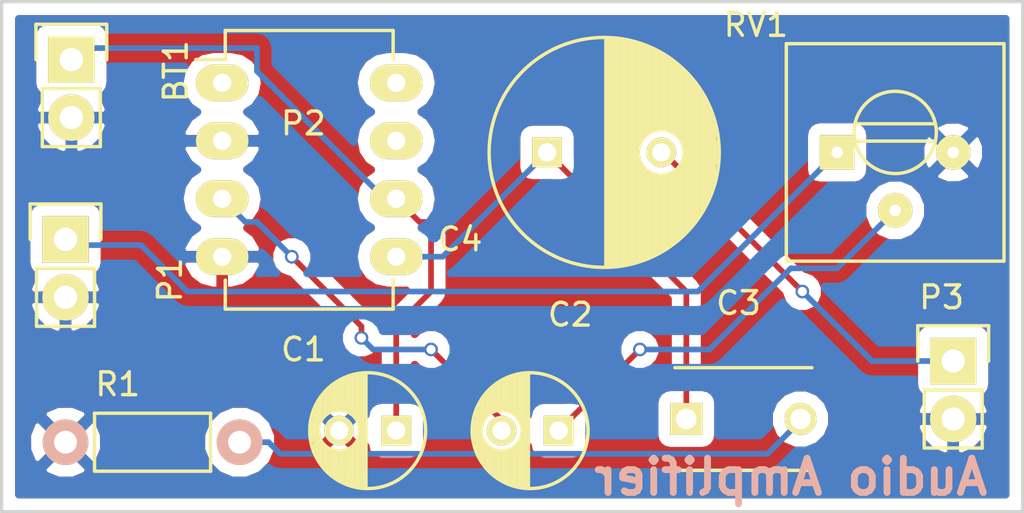
<source format=kicad_pcb>
(kicad_pcb (version 4) (host pcbnew 4.0.1-stable)

  (general
    (links 16)
    (no_connects 0)
    (area 110.160999 79.680999 155.015001 102.183001)
    (thickness 1.6)
    (drawings 5)
    (tracks 50)
    (zones 0)
    (modules 10)
    (nets 12)
  )

  (page A4)
  (layers
    (0 F.Cu signal)
    (31 B.Cu signal)
    (32 B.Adhes user)
    (33 F.Adhes user)
    (34 B.Paste user)
    (35 F.Paste user)
    (36 B.SilkS user)
    (37 F.SilkS user)
    (38 B.Mask user)
    (39 F.Mask user)
    (40 Dwgs.User user)
    (41 Cmts.User user)
    (42 Eco1.User user)
    (43 Eco2.User user)
    (44 Edge.Cuts user)
    (45 Margin user)
    (46 B.CrtYd user)
    (47 F.CrtYd user)
    (48 B.Fab user)
    (49 F.Fab user)
  )

  (setup
    (last_trace_width 0.25)
    (trace_clearance 0.2)
    (zone_clearance 0.508)
    (zone_45_only no)
    (trace_min 0.2)
    (segment_width 0.2)
    (edge_width 0.15)
    (via_size 0.6)
    (via_drill 0.4)
    (via_min_size 0.4)
    (via_min_drill 0.3)
    (uvia_size 0.3)
    (uvia_drill 0.1)
    (uvias_allowed no)
    (uvia_min_size 0.2)
    (uvia_min_drill 0.1)
    (pcb_text_width 0.3)
    (pcb_text_size 1.5 1.5)
    (mod_edge_width 0.15)
    (mod_text_size 1 1)
    (mod_text_width 0.15)
    (pad_size 1.524 1.524)
    (pad_drill 0.762)
    (pad_to_mask_clearance 0.2)
    (aux_axis_origin 0 0)
    (visible_elements 7FFFFFFF)
    (pcbplotparams
      (layerselection 0x010f0_80000001)
      (usegerberextensions false)
      (excludeedgelayer true)
      (linewidth 0.100000)
      (plotframeref false)
      (viasonmask false)
      (mode 1)
      (useauxorigin false)
      (hpglpennumber 1)
      (hpglpenspeed 20)
      (hpglpendiameter 15)
      (hpglpenoverlay 2)
      (psnegative false)
      (psa4output false)
      (plotreference true)
      (plotvalue true)
      (plotinvisibletext false)
      (padsonsilk false)
      (subtractmaskfromsilk false)
      (outputformat 1)
      (mirror false)
      (drillshape 0)
      (scaleselection 1)
      (outputdirectory ""))
  )

  (net 0 "")
  (net 1 "Net-(BT1-Pad1)")
  (net 2 "Net-(BT1-Pad2)")
  (net 3 "Net-(C2-Pad1)")
  (net 4 "Net-(C2-Pad2)")
  (net 5 "Net-(C3-Pad1)")
  (net 6 "Net-(C3-Pad2)")
  (net 7 "Net-(C4-Pad2)")
  (net 8 "Net-(P1-Pad1)")
  (net 9 "Net-(P2-Pad1)")
  (net 10 "Net-(P2-Pad7)")
  (net 11 "Net-(P2-Pad8)")

  (net_class Default "This is the default net class."
    (clearance 0.2)
    (trace_width 0.25)
    (via_dia 0.6)
    (via_drill 0.4)
    (uvia_dia 0.3)
    (uvia_drill 0.1)
    (add_net "Net-(BT1-Pad1)")
    (add_net "Net-(BT1-Pad2)")
    (add_net "Net-(C2-Pad1)")
    (add_net "Net-(C2-Pad2)")
    (add_net "Net-(C3-Pad1)")
    (add_net "Net-(C3-Pad2)")
    (add_net "Net-(C4-Pad2)")
    (add_net "Net-(P1-Pad1)")
    (add_net "Net-(P2-Pad1)")
    (add_net "Net-(P2-Pad7)")
    (add_net "Net-(P2-Pad8)")
  )

  (module Socket_Strips:Socket_Strip_Straight_1x02 (layer F.Cu) (tedit 57D171C4) (tstamp 57D16A6F)
    (at 113.284 82.296 270)
    (descr "Through hole socket strip")
    (tags "socket strip")
    (path /57D15A14)
    (fp_text reference BT1 (at 0.508 -4.572 270) (layer F.SilkS)
      (effects (font (size 1 1) (thickness 0.15)))
    )
    (fp_text value Battery (at 1.016 -3.048 270) (layer F.Fab)
      (effects (font (size 1 1) (thickness 0.15)))
    )
    (fp_line (start -1.55 1.55) (end 0 1.55) (layer F.SilkS) (width 0.15))
    (fp_line (start 3.81 1.27) (end 1.27 1.27) (layer F.SilkS) (width 0.15))
    (fp_line (start -1.75 -1.75) (end -1.75 1.75) (layer F.CrtYd) (width 0.05))
    (fp_line (start 4.3 -1.75) (end 4.3 1.75) (layer F.CrtYd) (width 0.05))
    (fp_line (start -1.75 -1.75) (end 4.3 -1.75) (layer F.CrtYd) (width 0.05))
    (fp_line (start -1.75 1.75) (end 4.3 1.75) (layer F.CrtYd) (width 0.05))
    (fp_line (start 1.27 1.27) (end 1.27 -1.27) (layer F.SilkS) (width 0.15))
    (fp_line (start 0 -1.55) (end -1.55 -1.55) (layer F.SilkS) (width 0.15))
    (fp_line (start -1.55 -1.55) (end -1.55 1.55) (layer F.SilkS) (width 0.15))
    (fp_line (start 1.27 -1.27) (end 3.81 -1.27) (layer F.SilkS) (width 0.15))
    (fp_line (start 3.81 -1.27) (end 3.81 1.27) (layer F.SilkS) (width 0.15))
    (pad 1 thru_hole rect (at 0 0 270) (size 2.032 2.032) (drill 1.016) (layers *.Cu *.Mask F.SilkS)
      (net 1 "Net-(BT1-Pad1)"))
    (pad 2 thru_hole oval (at 2.54 0 270) (size 2.032 2.032) (drill 1.016) (layers *.Cu *.Mask F.SilkS)
      (net 2 "Net-(BT1-Pad2)"))
    (model Socket_Strips.3dshapes/Socket_Strip_Straight_1x02.wrl
      (at (xyz 0.05 0 0))
      (scale (xyz 1 1 1))
      (rotate (xyz 0 0 180))
    )
  )

  (module Capacitors_ThroughHole:C_Radial_D5_L6_P2.5 (layer F.Cu) (tedit 57D173FA) (tstamp 57D16A75)
    (at 127.508 98.552 180)
    (descr "Radial Electrolytic Capacitor Diameter 5mm x Length 6mm, Pitch 2.5mm")
    (tags "Electrolytic Capacitor")
    (path /57D15B32)
    (fp_text reference C1 (at 4.064 3.556 180) (layer F.SilkS)
      (effects (font (size 1 1) (thickness 0.15)))
    )
    (fp_text value 10uf (at 4.572 2.032 180) (layer F.Fab)
      (effects (font (size 1 1) (thickness 0.15)))
    )
    (fp_line (start 1.325 -2.499) (end 1.325 2.499) (layer F.SilkS) (width 0.15))
    (fp_line (start 1.465 -2.491) (end 1.465 2.491) (layer F.SilkS) (width 0.15))
    (fp_line (start 1.605 -2.475) (end 1.605 -0.095) (layer F.SilkS) (width 0.15))
    (fp_line (start 1.605 0.095) (end 1.605 2.475) (layer F.SilkS) (width 0.15))
    (fp_line (start 1.745 -2.451) (end 1.745 -0.49) (layer F.SilkS) (width 0.15))
    (fp_line (start 1.745 0.49) (end 1.745 2.451) (layer F.SilkS) (width 0.15))
    (fp_line (start 1.885 -2.418) (end 1.885 -0.657) (layer F.SilkS) (width 0.15))
    (fp_line (start 1.885 0.657) (end 1.885 2.418) (layer F.SilkS) (width 0.15))
    (fp_line (start 2.025 -2.377) (end 2.025 -0.764) (layer F.SilkS) (width 0.15))
    (fp_line (start 2.025 0.764) (end 2.025 2.377) (layer F.SilkS) (width 0.15))
    (fp_line (start 2.165 -2.327) (end 2.165 -0.835) (layer F.SilkS) (width 0.15))
    (fp_line (start 2.165 0.835) (end 2.165 2.327) (layer F.SilkS) (width 0.15))
    (fp_line (start 2.305 -2.266) (end 2.305 -0.879) (layer F.SilkS) (width 0.15))
    (fp_line (start 2.305 0.879) (end 2.305 2.266) (layer F.SilkS) (width 0.15))
    (fp_line (start 2.445 -2.196) (end 2.445 -0.898) (layer F.SilkS) (width 0.15))
    (fp_line (start 2.445 0.898) (end 2.445 2.196) (layer F.SilkS) (width 0.15))
    (fp_line (start 2.585 -2.114) (end 2.585 -0.896) (layer F.SilkS) (width 0.15))
    (fp_line (start 2.585 0.896) (end 2.585 2.114) (layer F.SilkS) (width 0.15))
    (fp_line (start 2.725 -2.019) (end 2.725 -0.871) (layer F.SilkS) (width 0.15))
    (fp_line (start 2.725 0.871) (end 2.725 2.019) (layer F.SilkS) (width 0.15))
    (fp_line (start 2.865 -1.908) (end 2.865 -0.823) (layer F.SilkS) (width 0.15))
    (fp_line (start 2.865 0.823) (end 2.865 1.908) (layer F.SilkS) (width 0.15))
    (fp_line (start 3.005 -1.78) (end 3.005 -0.745) (layer F.SilkS) (width 0.15))
    (fp_line (start 3.005 0.745) (end 3.005 1.78) (layer F.SilkS) (width 0.15))
    (fp_line (start 3.145 -1.631) (end 3.145 -0.628) (layer F.SilkS) (width 0.15))
    (fp_line (start 3.145 0.628) (end 3.145 1.631) (layer F.SilkS) (width 0.15))
    (fp_line (start 3.285 -1.452) (end 3.285 -0.44) (layer F.SilkS) (width 0.15))
    (fp_line (start 3.285 0.44) (end 3.285 1.452) (layer F.SilkS) (width 0.15))
    (fp_line (start 3.425 -1.233) (end 3.425 1.233) (layer F.SilkS) (width 0.15))
    (fp_line (start 3.565 -0.944) (end 3.565 0.944) (layer F.SilkS) (width 0.15))
    (fp_line (start 3.705 -0.472) (end 3.705 0.472) (layer F.SilkS) (width 0.15))
    (fp_circle (center 2.5 0) (end 2.5 -0.9) (layer F.SilkS) (width 0.15))
    (fp_circle (center 1.25 0) (end 1.25 -2.5375) (layer F.SilkS) (width 0.15))
    (fp_circle (center 1.25 0) (end 1.25 -2.8) (layer F.CrtYd) (width 0.05))
    (pad 1 thru_hole rect (at 0 0 180) (size 1.3 1.3) (drill 0.8) (layers *.Cu *.Mask F.SilkS)
      (net 1 "Net-(BT1-Pad1)"))
    (pad 2 thru_hole circle (at 2.5 0 180) (size 1.3 1.3) (drill 0.8) (layers *.Cu *.Mask F.SilkS)
      (net 2 "Net-(BT1-Pad2)"))
    (model Capacitors_ThroughHole.3dshapes/C_Radial_D5_L6_P2.5.wrl
      (at (xyz 0.0492126 0 0))
      (scale (xyz 1 1 1))
      (rotate (xyz 0 0 90))
    )
  )

  (module Capacitors_ThroughHole:C_Radial_D5_L6_P2.5 (layer F.Cu) (tedit 57D173E9) (tstamp 57D16A7B)
    (at 134.62 98.552 180)
    (descr "Radial Electrolytic Capacitor Diameter 5mm x Length 6mm, Pitch 2.5mm")
    (tags "Electrolytic Capacitor")
    (path /57D15B91)
    (fp_text reference C2 (at -0.508 5.08 360) (layer F.SilkS)
      (effects (font (size 1 1) (thickness 0.15)))
    )
    (fp_text value 10uf (at -1.016 3.556 360) (layer F.Fab)
      (effects (font (size 1 1) (thickness 0.15)))
    )
    (fp_line (start 1.325 -2.499) (end 1.325 2.499) (layer F.SilkS) (width 0.15))
    (fp_line (start 1.465 -2.491) (end 1.465 2.491) (layer F.SilkS) (width 0.15))
    (fp_line (start 1.605 -2.475) (end 1.605 -0.095) (layer F.SilkS) (width 0.15))
    (fp_line (start 1.605 0.095) (end 1.605 2.475) (layer F.SilkS) (width 0.15))
    (fp_line (start 1.745 -2.451) (end 1.745 -0.49) (layer F.SilkS) (width 0.15))
    (fp_line (start 1.745 0.49) (end 1.745 2.451) (layer F.SilkS) (width 0.15))
    (fp_line (start 1.885 -2.418) (end 1.885 -0.657) (layer F.SilkS) (width 0.15))
    (fp_line (start 1.885 0.657) (end 1.885 2.418) (layer F.SilkS) (width 0.15))
    (fp_line (start 2.025 -2.377) (end 2.025 -0.764) (layer F.SilkS) (width 0.15))
    (fp_line (start 2.025 0.764) (end 2.025 2.377) (layer F.SilkS) (width 0.15))
    (fp_line (start 2.165 -2.327) (end 2.165 -0.835) (layer F.SilkS) (width 0.15))
    (fp_line (start 2.165 0.835) (end 2.165 2.327) (layer F.SilkS) (width 0.15))
    (fp_line (start 2.305 -2.266) (end 2.305 -0.879) (layer F.SilkS) (width 0.15))
    (fp_line (start 2.305 0.879) (end 2.305 2.266) (layer F.SilkS) (width 0.15))
    (fp_line (start 2.445 -2.196) (end 2.445 -0.898) (layer F.SilkS) (width 0.15))
    (fp_line (start 2.445 0.898) (end 2.445 2.196) (layer F.SilkS) (width 0.15))
    (fp_line (start 2.585 -2.114) (end 2.585 -0.896) (layer F.SilkS) (width 0.15))
    (fp_line (start 2.585 0.896) (end 2.585 2.114) (layer F.SilkS) (width 0.15))
    (fp_line (start 2.725 -2.019) (end 2.725 -0.871) (layer F.SilkS) (width 0.15))
    (fp_line (start 2.725 0.871) (end 2.725 2.019) (layer F.SilkS) (width 0.15))
    (fp_line (start 2.865 -1.908) (end 2.865 -0.823) (layer F.SilkS) (width 0.15))
    (fp_line (start 2.865 0.823) (end 2.865 1.908) (layer F.SilkS) (width 0.15))
    (fp_line (start 3.005 -1.78) (end 3.005 -0.745) (layer F.SilkS) (width 0.15))
    (fp_line (start 3.005 0.745) (end 3.005 1.78) (layer F.SilkS) (width 0.15))
    (fp_line (start 3.145 -1.631) (end 3.145 -0.628) (layer F.SilkS) (width 0.15))
    (fp_line (start 3.145 0.628) (end 3.145 1.631) (layer F.SilkS) (width 0.15))
    (fp_line (start 3.285 -1.452) (end 3.285 -0.44) (layer F.SilkS) (width 0.15))
    (fp_line (start 3.285 0.44) (end 3.285 1.452) (layer F.SilkS) (width 0.15))
    (fp_line (start 3.425 -1.233) (end 3.425 1.233) (layer F.SilkS) (width 0.15))
    (fp_line (start 3.565 -0.944) (end 3.565 0.944) (layer F.SilkS) (width 0.15))
    (fp_line (start 3.705 -0.472) (end 3.705 0.472) (layer F.SilkS) (width 0.15))
    (fp_circle (center 2.5 0) (end 2.5 -0.9) (layer F.SilkS) (width 0.15))
    (fp_circle (center 1.25 0) (end 1.25 -2.5375) (layer F.SilkS) (width 0.15))
    (fp_circle (center 1.25 0) (end 1.25 -2.8) (layer F.CrtYd) (width 0.05))
    (pad 1 thru_hole rect (at 0 0 180) (size 1.3 1.3) (drill 0.8) (layers *.Cu *.Mask F.SilkS)
      (net 3 "Net-(C2-Pad1)"))
    (pad 2 thru_hole circle (at 2.5 0 180) (size 1.3 1.3) (drill 0.8) (layers *.Cu *.Mask F.SilkS)
      (net 4 "Net-(C2-Pad2)"))
    (model Capacitors_ThroughHole.3dshapes/C_Radial_D5_L6_P2.5.wrl
      (at (xyz 0.0492126 0 0))
      (scale (xyz 1 1 1))
      (rotate (xyz 0 0 90))
    )
  )

  (module Capacitors_ThroughHole:C_Disc_D6_P5 (layer F.Cu) (tedit 57D17046) (tstamp 57D16A81)
    (at 140.208 98.044)
    (descr "Capacitor 6mm Disc, Pitch 5mm")
    (tags Capacitor)
    (path /57D15B05)
    (fp_text reference C3 (at 2.286 -5.08) (layer F.SilkS)
      (effects (font (size 1 1) (thickness 0.15)))
    )
    (fp_text value 0.05uf (at 2.286 -3.302) (layer F.Fab)
      (effects (font (size 1 1) (thickness 0.15)))
    )
    (fp_line (start -0.95 -2.5) (end 5.95 -2.5) (layer F.CrtYd) (width 0.05))
    (fp_line (start 5.95 -2.5) (end 5.95 2.5) (layer F.CrtYd) (width 0.05))
    (fp_line (start 5.95 2.5) (end -0.95 2.5) (layer F.CrtYd) (width 0.05))
    (fp_line (start -0.95 2.5) (end -0.95 -2.5) (layer F.CrtYd) (width 0.05))
    (fp_line (start -0.5 -2.25) (end 5.5 -2.25) (layer F.SilkS) (width 0.15))
    (fp_line (start 5.5 2.25) (end -0.5 2.25) (layer F.SilkS) (width 0.15))
    (pad 1 thru_hole rect (at 0 0) (size 1.4 1.4) (drill 0.9) (layers *.Cu *.Mask F.SilkS)
      (net 5 "Net-(C3-Pad1)"))
    (pad 2 thru_hole circle (at 5 0) (size 1.4 1.4) (drill 0.9) (layers *.Cu *.Mask F.SilkS)
      (net 6 "Net-(C3-Pad2)"))
    (model Capacitors_ThroughHole.3dshapes/C_Disc_D6_P5.wrl
      (at (xyz 0.0984252 0 0))
      (scale (xyz 1 1 1))
      (rotate (xyz 0 0 0))
    )
  )

  (module Capacitors_ThroughHole:C_Radial_D10_L13_P5 (layer F.Cu) (tedit 57D17068) (tstamp 57D16A87)
    (at 134.112 86.36)
    (descr "Radial Electrolytic Capacitor Diameter 10mm x Length 13mm, Pitch 5mm")
    (tags "Electrolytic Capacitor")
    (path /57D15BBC)
    (fp_text reference C4 (at -3.81 3.81) (layer F.SilkS)
      (effects (font (size 1 1) (thickness 0.15)))
    )
    (fp_text value 250uf (at -3.556 5.588) (layer F.Fab)
      (effects (font (size 1 1) (thickness 0.15)))
    )
    (fp_line (start 2.575 -4.999) (end 2.575 4.999) (layer F.SilkS) (width 0.15))
    (fp_line (start 2.715 -4.995) (end 2.715 4.995) (layer F.SilkS) (width 0.15))
    (fp_line (start 2.855 -4.987) (end 2.855 4.987) (layer F.SilkS) (width 0.15))
    (fp_line (start 2.995 -4.975) (end 2.995 4.975) (layer F.SilkS) (width 0.15))
    (fp_line (start 3.135 -4.96) (end 3.135 4.96) (layer F.SilkS) (width 0.15))
    (fp_line (start 3.275 -4.94) (end 3.275 4.94) (layer F.SilkS) (width 0.15))
    (fp_line (start 3.415 -4.916) (end 3.415 4.916) (layer F.SilkS) (width 0.15))
    (fp_line (start 3.555 -4.887) (end 3.555 4.887) (layer F.SilkS) (width 0.15))
    (fp_line (start 3.695 -4.855) (end 3.695 4.855) (layer F.SilkS) (width 0.15))
    (fp_line (start 3.835 -4.818) (end 3.835 4.818) (layer F.SilkS) (width 0.15))
    (fp_line (start 3.975 -4.777) (end 3.975 4.777) (layer F.SilkS) (width 0.15))
    (fp_line (start 4.115 -4.732) (end 4.115 -0.466) (layer F.SilkS) (width 0.15))
    (fp_line (start 4.115 0.466) (end 4.115 4.732) (layer F.SilkS) (width 0.15))
    (fp_line (start 4.255 -4.682) (end 4.255 -0.667) (layer F.SilkS) (width 0.15))
    (fp_line (start 4.255 0.667) (end 4.255 4.682) (layer F.SilkS) (width 0.15))
    (fp_line (start 4.395 -4.627) (end 4.395 -0.796) (layer F.SilkS) (width 0.15))
    (fp_line (start 4.395 0.796) (end 4.395 4.627) (layer F.SilkS) (width 0.15))
    (fp_line (start 4.535 -4.567) (end 4.535 -0.885) (layer F.SilkS) (width 0.15))
    (fp_line (start 4.535 0.885) (end 4.535 4.567) (layer F.SilkS) (width 0.15))
    (fp_line (start 4.675 -4.502) (end 4.675 -0.946) (layer F.SilkS) (width 0.15))
    (fp_line (start 4.675 0.946) (end 4.675 4.502) (layer F.SilkS) (width 0.15))
    (fp_line (start 4.815 -4.432) (end 4.815 -0.983) (layer F.SilkS) (width 0.15))
    (fp_line (start 4.815 0.983) (end 4.815 4.432) (layer F.SilkS) (width 0.15))
    (fp_line (start 4.955 -4.356) (end 4.955 -0.999) (layer F.SilkS) (width 0.15))
    (fp_line (start 4.955 0.999) (end 4.955 4.356) (layer F.SilkS) (width 0.15))
    (fp_line (start 5.095 -4.274) (end 5.095 -0.995) (layer F.SilkS) (width 0.15))
    (fp_line (start 5.095 0.995) (end 5.095 4.274) (layer F.SilkS) (width 0.15))
    (fp_line (start 5.235 -4.186) (end 5.235 -0.972) (layer F.SilkS) (width 0.15))
    (fp_line (start 5.235 0.972) (end 5.235 4.186) (layer F.SilkS) (width 0.15))
    (fp_line (start 5.375 -4.091) (end 5.375 -0.927) (layer F.SilkS) (width 0.15))
    (fp_line (start 5.375 0.927) (end 5.375 4.091) (layer F.SilkS) (width 0.15))
    (fp_line (start 5.515 -3.989) (end 5.515 -0.857) (layer F.SilkS) (width 0.15))
    (fp_line (start 5.515 0.857) (end 5.515 3.989) (layer F.SilkS) (width 0.15))
    (fp_line (start 5.655 -3.879) (end 5.655 -0.756) (layer F.SilkS) (width 0.15))
    (fp_line (start 5.655 0.756) (end 5.655 3.879) (layer F.SilkS) (width 0.15))
    (fp_line (start 5.795 -3.761) (end 5.795 -0.607) (layer F.SilkS) (width 0.15))
    (fp_line (start 5.795 0.607) (end 5.795 3.761) (layer F.SilkS) (width 0.15))
    (fp_line (start 5.935 -3.633) (end 5.935 -0.355) (layer F.SilkS) (width 0.15))
    (fp_line (start 5.935 0.355) (end 5.935 3.633) (layer F.SilkS) (width 0.15))
    (fp_line (start 6.075 -3.496) (end 6.075 3.496) (layer F.SilkS) (width 0.15))
    (fp_line (start 6.215 -3.346) (end 6.215 3.346) (layer F.SilkS) (width 0.15))
    (fp_line (start 6.355 -3.184) (end 6.355 3.184) (layer F.SilkS) (width 0.15))
    (fp_line (start 6.495 -3.007) (end 6.495 3.007) (layer F.SilkS) (width 0.15))
    (fp_line (start 6.635 -2.811) (end 6.635 2.811) (layer F.SilkS) (width 0.15))
    (fp_line (start 6.775 -2.593) (end 6.775 2.593) (layer F.SilkS) (width 0.15))
    (fp_line (start 6.915 -2.347) (end 6.915 2.347) (layer F.SilkS) (width 0.15))
    (fp_line (start 7.055 -2.062) (end 7.055 2.062) (layer F.SilkS) (width 0.15))
    (fp_line (start 7.195 -1.72) (end 7.195 1.72) (layer F.SilkS) (width 0.15))
    (fp_line (start 7.335 -1.274) (end 7.335 1.274) (layer F.SilkS) (width 0.15))
    (fp_line (start 7.475 -0.499) (end 7.475 0.499) (layer F.SilkS) (width 0.15))
    (fp_circle (center 5 0) (end 5 -1) (layer F.SilkS) (width 0.15))
    (fp_circle (center 2.5 0) (end 2.5 -5.0375) (layer F.SilkS) (width 0.15))
    (fp_circle (center 2.5 0) (end 2.5 -5.3) (layer F.CrtYd) (width 0.05))
    (pad 1 thru_hole rect (at 0 0) (size 1.3 1.3) (drill 0.8) (layers *.Cu *.Mask F.SilkS)
      (net 5 "Net-(C3-Pad1)"))
    (pad 2 thru_hole circle (at 5 0) (size 1.3 1.3) (drill 0.8) (layers *.Cu *.Mask F.SilkS)
      (net 7 "Net-(C4-Pad2)"))
    (model Capacitors_ThroughHole.3dshapes/C_Radial_D10_L13_P5.wrl
      (at (xyz 0.0984252 0 0))
      (scale (xyz 1 1 1))
      (rotate (xyz 0 0 90))
    )
  )

  (module Socket_Strips:Socket_Strip_Straight_1x02 (layer F.Cu) (tedit 57D1701A) (tstamp 57D16A8D)
    (at 113.03 90.17 270)
    (descr "Through hole socket strip")
    (tags "socket strip")
    (path /57D15C3D)
    (fp_text reference P1 (at 1.778 -4.572 270) (layer F.SilkS)
      (effects (font (size 1 1) (thickness 0.15)))
    )
    (fp_text value "Aud In" (at 1.27 -2.794 270) (layer F.Fab)
      (effects (font (size 1 1) (thickness 0.15)))
    )
    (fp_line (start -1.55 1.55) (end 0 1.55) (layer F.SilkS) (width 0.15))
    (fp_line (start 3.81 1.27) (end 1.27 1.27) (layer F.SilkS) (width 0.15))
    (fp_line (start -1.75 -1.75) (end -1.75 1.75) (layer F.CrtYd) (width 0.05))
    (fp_line (start 4.3 -1.75) (end 4.3 1.75) (layer F.CrtYd) (width 0.05))
    (fp_line (start -1.75 -1.75) (end 4.3 -1.75) (layer F.CrtYd) (width 0.05))
    (fp_line (start -1.75 1.75) (end 4.3 1.75) (layer F.CrtYd) (width 0.05))
    (fp_line (start 1.27 1.27) (end 1.27 -1.27) (layer F.SilkS) (width 0.15))
    (fp_line (start 0 -1.55) (end -1.55 -1.55) (layer F.SilkS) (width 0.15))
    (fp_line (start -1.55 -1.55) (end -1.55 1.55) (layer F.SilkS) (width 0.15))
    (fp_line (start 1.27 -1.27) (end 3.81 -1.27) (layer F.SilkS) (width 0.15))
    (fp_line (start 3.81 -1.27) (end 3.81 1.27) (layer F.SilkS) (width 0.15))
    (pad 1 thru_hole rect (at 0 0 270) (size 2.032 2.032) (drill 1.016) (layers *.Cu *.Mask F.SilkS)
      (net 8 "Net-(P1-Pad1)"))
    (pad 2 thru_hole oval (at 2.54 0 270) (size 2.032 2.032) (drill 1.016) (layers *.Cu *.Mask F.SilkS)
      (net 2 "Net-(BT1-Pad2)"))
    (model Socket_Strips.3dshapes/Socket_Strip_Straight_1x02.wrl
      (at (xyz 0.05 0 0))
      (scale (xyz 1 1 1))
      (rotate (xyz 0 0 180))
    )
  )

  (module Housings_DIP:DIP-8_W7.62mm_LongPads (layer F.Cu) (tedit 57D17028) (tstamp 57D16A99)
    (at 119.888 83.312)
    (descr "8-lead dip package, row spacing 7.62 mm (300 mils), longer pads")
    (tags "dil dip 2.54 300")
    (path /57D15D3C)
    (fp_text reference P2 (at 3.556 1.778) (layer F.SilkS)
      (effects (font (size 1 1) (thickness 0.15)))
    )
    (fp_text value LM386 (at 3.81 3.81) (layer F.Fab)
      (effects (font (size 1 1) (thickness 0.15)))
    )
    (fp_line (start -1.4 -2.45) (end -1.4 10.1) (layer F.CrtYd) (width 0.05))
    (fp_line (start 9 -2.45) (end 9 10.1) (layer F.CrtYd) (width 0.05))
    (fp_line (start -1.4 -2.45) (end 9 -2.45) (layer F.CrtYd) (width 0.05))
    (fp_line (start -1.4 10.1) (end 9 10.1) (layer F.CrtYd) (width 0.05))
    (fp_line (start 0.135 -2.295) (end 0.135 -1.025) (layer F.SilkS) (width 0.15))
    (fp_line (start 7.485 -2.295) (end 7.485 -1.025) (layer F.SilkS) (width 0.15))
    (fp_line (start 7.485 9.915) (end 7.485 8.645) (layer F.SilkS) (width 0.15))
    (fp_line (start 0.135 9.915) (end 0.135 8.645) (layer F.SilkS) (width 0.15))
    (fp_line (start 0.135 -2.295) (end 7.485 -2.295) (layer F.SilkS) (width 0.15))
    (fp_line (start 0.135 9.915) (end 7.485 9.915) (layer F.SilkS) (width 0.15))
    (fp_line (start 0.135 -1.025) (end -1.15 -1.025) (layer F.SilkS) (width 0.15))
    (pad 1 thru_hole oval (at 0 0) (size 2.3 1.6) (drill 0.8) (layers *.Cu *.Mask F.SilkS)
      (net 9 "Net-(P2-Pad1)"))
    (pad 2 thru_hole oval (at 0 2.54) (size 2.3 1.6) (drill 0.8) (layers *.Cu *.Mask F.SilkS)
      (net 2 "Net-(BT1-Pad2)"))
    (pad 3 thru_hole oval (at 0 5.08) (size 2.3 1.6) (drill 0.8) (layers *.Cu *.Mask F.SilkS)
      (net 4 "Net-(C2-Pad2)"))
    (pad 4 thru_hole oval (at 0 7.62) (size 2.3 1.6) (drill 0.8) (layers *.Cu *.Mask F.SilkS)
      (net 2 "Net-(BT1-Pad2)"))
    (pad 5 thru_hole oval (at 7.62 7.62) (size 2.3 1.6) (drill 0.8) (layers *.Cu *.Mask F.SilkS)
      (net 5 "Net-(C3-Pad1)"))
    (pad 6 thru_hole oval (at 7.62 5.08) (size 2.3 1.6) (drill 0.8) (layers *.Cu *.Mask F.SilkS)
      (net 1 "Net-(BT1-Pad1)"))
    (pad 7 thru_hole oval (at 7.62 2.54) (size 2.3 1.6) (drill 0.8) (layers *.Cu *.Mask F.SilkS)
      (net 10 "Net-(P2-Pad7)"))
    (pad 8 thru_hole oval (at 7.62 0) (size 2.3 1.6) (drill 0.8) (layers *.Cu *.Mask F.SilkS)
      (net 11 "Net-(P2-Pad8)"))
    (model Housings_DIP.3dshapes/DIP-8_W7.62mm_LongPads.wrl
      (at (xyz 0 0 0))
      (scale (xyz 1 1 1))
      (rotate (xyz 0 0 0))
    )
  )

  (module Socket_Strips:Socket_Strip_Straight_1x02 (layer F.Cu) (tedit 57D1705F) (tstamp 57D16A9F)
    (at 151.892 95.504 270)
    (descr "Through hole socket strip")
    (tags "socket strip")
    (path /57D15C7E)
    (fp_text reference P3 (at -2.794 0.508 360) (layer F.SilkS)
      (effects (font (size 1 1) (thickness 0.15)))
    )
    (fp_text value "Aud Out" (at 1.27 2.794 270) (layer F.Fab)
      (effects (font (size 1 1) (thickness 0.15)))
    )
    (fp_line (start -1.55 1.55) (end 0 1.55) (layer F.SilkS) (width 0.15))
    (fp_line (start 3.81 1.27) (end 1.27 1.27) (layer F.SilkS) (width 0.15))
    (fp_line (start -1.75 -1.75) (end -1.75 1.75) (layer F.CrtYd) (width 0.05))
    (fp_line (start 4.3 -1.75) (end 4.3 1.75) (layer F.CrtYd) (width 0.05))
    (fp_line (start -1.75 -1.75) (end 4.3 -1.75) (layer F.CrtYd) (width 0.05))
    (fp_line (start -1.75 1.75) (end 4.3 1.75) (layer F.CrtYd) (width 0.05))
    (fp_line (start 1.27 1.27) (end 1.27 -1.27) (layer F.SilkS) (width 0.15))
    (fp_line (start 0 -1.55) (end -1.55 -1.55) (layer F.SilkS) (width 0.15))
    (fp_line (start -1.55 -1.55) (end -1.55 1.55) (layer F.SilkS) (width 0.15))
    (fp_line (start 1.27 -1.27) (end 3.81 -1.27) (layer F.SilkS) (width 0.15))
    (fp_line (start 3.81 -1.27) (end 3.81 1.27) (layer F.SilkS) (width 0.15))
    (pad 1 thru_hole rect (at 0 0 270) (size 2.032 2.032) (drill 1.016) (layers *.Cu *.Mask F.SilkS)
      (net 7 "Net-(C4-Pad2)"))
    (pad 2 thru_hole oval (at 2.54 0 270) (size 2.032 2.032) (drill 1.016) (layers *.Cu *.Mask F.SilkS)
      (net 2 "Net-(BT1-Pad2)"))
    (model Socket_Strips.3dshapes/Socket_Strip_Straight_1x02.wrl
      (at (xyz 0.05 0 0))
      (scale (xyz 1 1 1))
      (rotate (xyz 0 0 180))
    )
  )

  (module Resistors_ThroughHole:Resistor_Horizontal_RM7mm (layer F.Cu) (tedit 57D17021) (tstamp 57D16AA5)
    (at 120.65 99.06 180)
    (descr "Resistor, Axial,  RM 7.62mm, 1/3W,")
    (tags "Resistor Axial RM 7.62mm 1/3W R3")
    (path /57D15ADE)
    (fp_text reference R1 (at 5.334 2.54 180) (layer F.SilkS)
      (effects (font (size 1 1) (thickness 0.15)))
    )
    (fp_text value 1k (at 3.302 2.54 180) (layer F.Fab)
      (effects (font (size 1 1) (thickness 0.15)))
    )
    (fp_line (start -1.25 -1.5) (end 8.85 -1.5) (layer F.CrtYd) (width 0.05))
    (fp_line (start -1.25 1.5) (end -1.25 -1.5) (layer F.CrtYd) (width 0.05))
    (fp_line (start 8.85 -1.5) (end 8.85 1.5) (layer F.CrtYd) (width 0.05))
    (fp_line (start -1.25 1.5) (end 8.85 1.5) (layer F.CrtYd) (width 0.05))
    (fp_line (start 1.27 -1.27) (end 6.35 -1.27) (layer F.SilkS) (width 0.15))
    (fp_line (start 6.35 -1.27) (end 6.35 1.27) (layer F.SilkS) (width 0.15))
    (fp_line (start 6.35 1.27) (end 1.27 1.27) (layer F.SilkS) (width 0.15))
    (fp_line (start 1.27 1.27) (end 1.27 -1.27) (layer F.SilkS) (width 0.15))
    (pad 1 thru_hole circle (at 0 0 180) (size 1.99898 1.99898) (drill 1.00076) (layers *.Cu *.SilkS *.Mask)
      (net 6 "Net-(C3-Pad2)"))
    (pad 2 thru_hole circle (at 7.62 0 180) (size 1.99898 1.99898) (drill 1.00076) (layers *.Cu *.SilkS *.Mask)
      (net 2 "Net-(BT1-Pad2)"))
  )

  (module Potentiometers:Potentiometer_Trimmer-Suntan-TSR-3386P (layer F.Cu) (tedit 57D173F5) (tstamp 57D16AAC)
    (at 146.812 86.36)
    (path /57D15BE0)
    (fp_text reference RV1 (at -3.556 -5.588) (layer F.SilkS)
      (effects (font (size 1 1) (thickness 0.15)))
    )
    (fp_text value 10k (at -3.556 -4.064) (layer F.Fab)
      (effects (font (size 1 1) (thickness 0.15)))
    )
    (fp_line (start 0.84 -1.255) (end 4.24 -1.255) (layer F.SilkS) (width 0.15))
    (fp_line (start 0.84 -0.495) (end 4.24 -0.495) (layer F.SilkS) (width 0.15))
    (fp_line (start -2.225 -4.765) (end 7.305 -4.765) (layer F.SilkS) (width 0.15))
    (fp_line (start 7.305 -4.765) (end 7.305 4.765) (layer F.SilkS) (width 0.15))
    (fp_line (start 7.305 4.765) (end -2.225 4.765) (layer F.SilkS) (width 0.15))
    (fp_line (start -2.225 4.765) (end -2.225 -4.765) (layer F.SilkS) (width 0.15))
    (fp_circle (center 2.54 -0.875) (end 4.115 0) (layer F.SilkS) (width 0.15))
    (pad 3 thru_hole circle (at 5.08 0) (size 1.51 1.51) (drill 0.51) (layers *.Cu *.Mask F.SilkS)
      (net 2 "Net-(BT1-Pad2)"))
    (pad 1 thru_hole rect (at 0 0) (size 1.51 1.51) (drill 0.51) (layers *.Cu *.Mask F.SilkS)
      (net 8 "Net-(P1-Pad1)"))
    (pad 2 thru_hole circle (at 2.54 2.54) (size 1.51 1.51) (drill 0.51) (layers *.Cu *.Mask F.SilkS)
      (net 3 "Net-(C2-Pad1)"))
  )

  (gr_text "Audio Amplifier" (at 144.78 100.584) (layer B.SilkS)
    (effects (font (size 1.5 1.5) (thickness 0.3)) (justify mirror))
  )
  (gr_line (start 154.94 79.756) (end 110.236 79.756) (angle 90) (layer Edge.Cuts) (width 0.15))
  (gr_line (start 154.94 102.108) (end 154.94 79.756) (angle 90) (layer Edge.Cuts) (width 0.15))
  (gr_line (start 110.236 102.108) (end 154.94 102.108) (angle 90) (layer Edge.Cuts) (width 0.15))
  (gr_line (start 110.236 79.756) (end 110.236 102.108) (angle 90) (layer Edge.Cuts) (width 0.15))

  (segment (start 113.284 82.296) (end 113.792 81.788) (width 0.25) (layer B.Cu) (net 1) (status 80000))
  (segment (start 113.792 81.788) (end 121.412 81.788) (width 0.25) (layer B.Cu) (net 1) (status 80000))
  (segment (start 121.412 81.788) (end 121.412 82.804) (width 0.25) (layer B.Cu) (net 1) (status 80000))
  (segment (start 121.412 82.804) (end 127 88.392) (width 0.25) (layer B.Cu) (net 1) (status 80000))
  (segment (start 127 88.392) (end 127.508 88.392) (width 0.25) (layer B.Cu) (net 1) (status 80000))
  (segment (start 127.508 88.392) (end 128.524 89.408) (width 0.25) (layer F.Cu) (net 1) (status 80000))
  (segment (start 128.524 89.408) (end 129.032 89.408) (width 0.25) (layer F.Cu) (net 1) (status 80000))
  (segment (start 129.032 89.408) (end 129.032 92.456) (width 0.25) (layer F.Cu) (net 1) (status 80000))
  (segment (start 129.032 92.456) (end 127.508 93.98) (width 0.25) (layer F.Cu) (net 1) (status 80000))
  (segment (start 127.508 93.98) (end 127.508 98.552) (width 0.25) (layer F.Cu) (net 1) (status 80000))
  (segment (start 113.03 99.06) (end 113.284 99.06) (width 0.25) (layer B.Cu) (net 2) (status 80000))
  (segment (start 113.284 99.06) (end 113.03 99.06) (width 0.25) (layer F.Cu) (net 2) (tstamp 57D17705) (status 80000))
  (segment (start 149.352 88.9) (end 146.812 91.44) (width 0.25) (layer B.Cu) (net 3) (status 80000))
  (segment (start 146.812 91.44) (end 144.78 91.44) (width 0.25) (layer B.Cu) (net 3) (status 80000))
  (segment (start 144.78 91.44) (end 141.224 94.996) (width 0.25) (layer B.Cu) (net 3) (status 80000))
  (segment (start 141.224 94.996) (end 138.176 94.996) (width 0.25) (layer B.Cu) (net 3) (status 80000))
  (via (at 138.176 94.996) (size 0.6) (layers F.Cu B.Cu) (net 3) (status 80000))
  (segment (start 138.176 94.996) (end 134.62 98.552) (width 0.25) (layer F.Cu) (net 3) (status 80000))
  (segment (start 119.888 88.392) (end 120.904 89.408) (width 0.25) (layer B.Cu) (net 4) (status 80000))
  (segment (start 120.904 89.408) (end 121.412 89.408) (width 0.25) (layer B.Cu) (net 4) (status 80000))
  (segment (start 121.412 89.408) (end 122.936 90.932) (width 0.25) (layer B.Cu) (net 4) (status 80000))
  (via (at 122.936 90.932) (size 0.6) (layers F.Cu B.Cu) (net 4) (status 80000))
  (segment (start 122.936 90.932) (end 125.984 93.98) (width 0.25) (layer F.Cu) (net 4) (status 80000))
  (segment (start 125.984 93.98) (end 125.984 94.488) (width 0.25) (layer F.Cu) (net 4) (status 80000))
  (via (at 125.984 94.488) (size 0.6) (layers F.Cu B.Cu) (net 4) (status 80000))
  (segment (start 125.984 94.488) (end 126.492 94.996) (width 0.25) (layer B.Cu) (net 4) (status 80000))
  (segment (start 126.492 94.996) (end 129.032 94.996) (width 0.25) (layer B.Cu) (net 4) (status 80000))
  (via (at 129.032 94.996) (size 0.6) (layers F.Cu B.Cu) (net 4) (status 80000))
  (segment (start 129.032 94.996) (end 132.08 98.044) (width 0.25) (layer F.Cu) (net 4) (status 80000))
  (segment (start 132.08 98.044) (end 132.08 98.552) (width 0.25) (layer F.Cu) (net 4) (status 80000))
  (segment (start 132.08 98.552) (end 132.12 98.552) (width 0.25) (layer F.Cu) (net 4) (tstamp 57D17708) (status 80000))
  (segment (start 134.112 86.36) (end 140.208 92.456) (width 0.25) (layer F.Cu) (net 5) (status 80000))
  (segment (start 140.208 92.456) (end 140.208 98.044) (width 0.25) (layer F.Cu) (net 5) (status 80000))
  (segment (start 134.112 86.36) (end 129.54 90.932) (width 0.25) (layer B.Cu) (net 5) (status 80000))
  (segment (start 129.54 90.932) (end 127.508 90.932) (width 0.25) (layer B.Cu) (net 5) (status 80000))
  (segment (start 145.208 98.044) (end 145.288 98.044) (width 0.25) (layer B.Cu) (net 6) (status 80000))
  (segment (start 145.288 98.044) (end 143.764 99.568) (width 0.25) (layer B.Cu) (net 6) (status 80000))
  (segment (start 143.764 99.568) (end 122.428 99.568) (width 0.25) (layer B.Cu) (net 6) (status 80000))
  (segment (start 122.428 99.568) (end 121.92 99.06) (width 0.25) (layer B.Cu) (net 6) (status 80000))
  (segment (start 121.92 99.06) (end 120.65 99.06) (width 0.25) (layer B.Cu) (net 6) (status 80000))
  (segment (start 139.112 86.36) (end 139.192 86.36) (width 0.25) (layer F.Cu) (net 7) (status 80000))
  (segment (start 139.192 86.36) (end 145.288 92.456) (width 0.25) (layer F.Cu) (net 7) (status 80000))
  (via (at 145.288 92.456) (size 0.6) (layers F.Cu B.Cu) (net 7) (status 80000))
  (segment (start 145.288 92.456) (end 148.336 95.504) (width 0.25) (layer B.Cu) (net 7) (status 80000))
  (segment (start 148.336 95.504) (end 151.892 95.504) (width 0.25) (layer B.Cu) (net 7) (status 80000))
  (segment (start 146.812 86.36) (end 140.716 92.456) (width 0.25) (layer B.Cu) (net 8) (status 80000))
  (segment (start 140.716 92.456) (end 118.364 92.456) (width 0.25) (layer B.Cu) (net 8) (status 80000))
  (segment (start 118.364 92.456) (end 116.332 90.424) (width 0.25) (layer B.Cu) (net 8) (status 80000))
  (segment (start 116.332 90.424) (end 113.284 90.424) (width 0.25) (layer B.Cu) (net 8) (status 80000))
  (segment (start 113.284 90.424) (end 113.03 90.17) (width 0.25) (layer B.Cu) (net 8) (tstamp 57D17707) (status 80000))

  (zone (net 2) (net_name "Net-(BT1-Pad2)") (layer F.Cu) (tstamp 57D1A4D2) (hatch edge 0.508)
    (connect_pads (clearance 0.508))
    (min_thickness 0.35)
    (fill yes (arc_segments 16) (thermal_gap 0.508) (thermal_bridge_width 0.508))
    (polygon
      (pts
        (xy 154.94 102.108) (xy 110.236 102.108) (xy 110.236 79.756) (xy 154.94 79.756) (xy 154.94 102.108)
      )
    )
    (filled_polygon
      (pts
        (xy 154.182 101.35) (xy 110.994 101.35) (xy 110.994 100.206702) (xy 111.995021 100.206702) (xy 112.086664 100.492792)
        (xy 112.706777 100.744726) (xy 113.376098 100.740176) (xy 113.973336 100.492792) (xy 114.064979 100.206702) (xy 113.03 99.171723)
        (xy 111.995021 100.206702) (xy 110.994 100.206702) (xy 110.994 98.736777) (xy 111.345274 98.736777) (xy 111.349824 99.406098)
        (xy 111.597208 100.003336) (xy 111.883298 100.094979) (xy 112.918277 99.06) (xy 113.141723 99.06) (xy 114.176702 100.094979)
        (xy 114.462792 100.003336) (xy 114.710672 99.3932) (xy 118.967219 99.3932) (xy 119.222823 100.011809) (xy 119.695702 100.485514)
        (xy 120.313864 100.742197) (xy 120.9832 100.742781) (xy 121.601809 100.487177) (xy 122.075514 100.014298) (xy 122.311365 99.446303)
        (xy 124.225419 99.446303) (xy 124.274395 99.696123) (xy 124.768074 99.88977) (xy 125.298279 99.879753) (xy 125.741605 99.696123)
        (xy 125.790581 99.446303) (xy 125.008 98.663723) (xy 124.225419 99.446303) (xy 122.311365 99.446303) (xy 122.332197 99.396136)
        (xy 122.332781 98.7268) (xy 122.16142 98.312074) (xy 123.67023 98.312074) (xy 123.680247 98.842279) (xy 123.863877 99.285605)
        (xy 124.113697 99.334581) (xy 124.896277 98.552) (xy 124.113697 97.769419) (xy 123.863877 97.818395) (xy 123.67023 98.312074)
        (xy 122.16142 98.312074) (xy 122.077177 98.108191) (xy 121.627469 97.657697) (xy 124.225419 97.657697) (xy 125.008 98.440277)
        (xy 125.790581 97.657697) (xy 125.741605 97.407877) (xy 125.247926 97.21423) (xy 124.717721 97.224247) (xy 124.274395 97.407877)
        (xy 124.225419 97.657697) (xy 121.627469 97.657697) (xy 121.604298 97.634486) (xy 120.986136 97.377803) (xy 120.3168 97.377219)
        (xy 119.698191 97.632823) (xy 119.224486 98.105702) (xy 118.967803 98.723864) (xy 118.967219 99.3932) (xy 114.710672 99.3932)
        (xy 114.714726 99.383223) (xy 114.710176 98.713902) (xy 114.462792 98.116664) (xy 114.176702 98.025021) (xy 113.141723 99.06)
        (xy 112.918277 99.06) (xy 111.883298 98.025021) (xy 111.597208 98.116664) (xy 111.345274 98.736777) (xy 110.994 98.736777)
        (xy 110.994 97.913298) (xy 111.995021 97.913298) (xy 113.03 98.948277) (xy 114.064979 97.913298) (xy 113.973336 97.627208)
        (xy 113.353223 97.375274) (xy 112.683902 97.379824) (xy 112.086664 97.627208) (xy 111.995021 97.913298) (xy 110.994 97.913298)
        (xy 110.994 93.053523) (xy 111.366085 93.053523) (xy 111.624204 93.664127) (xy 112.096342 94.129473) (xy 112.686478 94.373909)
        (xy 112.951 94.236207) (xy 112.951 92.789) (xy 113.109 92.789) (xy 113.109 94.236207) (xy 113.373522 94.373909)
        (xy 113.963658 94.129473) (xy 114.435796 93.664127) (xy 114.693915 93.053523) (xy 114.556418 92.789) (xy 113.109 92.789)
        (xy 112.951 92.789) (xy 111.503582 92.789) (xy 111.366085 93.053523) (xy 110.994 93.053523) (xy 110.994 89.154)
        (xy 111.31762 89.154) (xy 111.31762 91.186) (xy 111.365245 91.439104) (xy 111.514829 91.671565) (xy 111.629941 91.750218)
        (xy 111.624204 91.755873) (xy 111.366085 92.366477) (xy 111.503582 92.631) (xy 112.951 92.631) (xy 112.951 92.611)
        (xy 113.109 92.611) (xy 113.109 92.631) (xy 114.556418 92.631) (xy 114.693915 92.366477) (xy 114.435796 91.755873)
        (xy 114.430224 91.750382) (xy 114.531565 91.685171) (xy 114.687515 91.456931) (xy 114.731102 91.24169) (xy 118.087697 91.24169)
        (xy 118.137654 91.426533) (xy 118.433499 91.924778) (xy 118.897494 92.271881) (xy 119.459 92.415) (xy 119.809 92.415)
        (xy 119.809 91.011) (xy 119.967 91.011) (xy 119.967 92.415) (xy 120.317 92.415) (xy 120.878506 92.271881)
        (xy 121.342501 91.924778) (xy 121.638346 91.426533) (xy 121.688303 91.24169) (xy 121.618287 91.126673) (xy 121.95283 91.126673)
        (xy 122.102167 91.488097) (xy 122.378448 91.764861) (xy 122.739611 91.914829) (xy 122.776177 91.914861) (xy 125.045697 94.184381)
        (xy 125.001171 94.291611) (xy 125.00083 94.682673) (xy 125.150167 95.044097) (xy 125.426448 95.320861) (xy 125.787611 95.470829)
        (xy 126.178673 95.47117) (xy 126.540097 95.321833) (xy 126.7 95.162209) (xy 126.7 97.23535) (xy 126.604896 97.253245)
        (xy 126.372435 97.402829) (xy 126.216485 97.631069) (xy 126.169873 97.861247) (xy 126.152123 97.818395) (xy 125.902303 97.769419)
        (xy 125.119723 98.552) (xy 125.902303 99.334581) (xy 126.152123 99.285605) (xy 126.169173 99.242139) (xy 126.209245 99.455104)
        (xy 126.358829 99.687565) (xy 126.587069 99.843515) (xy 126.858 99.89838) (xy 128.158 99.89838) (xy 128.411104 99.850755)
        (xy 128.643565 99.701171) (xy 128.799515 99.472931) (xy 128.85438 99.202) (xy 128.85438 97.902) (xy 128.806755 97.648896)
        (xy 128.657171 97.416435) (xy 128.428931 97.260485) (xy 128.316 97.237616) (xy 128.316 95.670136) (xy 128.474448 95.828861)
        (xy 128.835611 95.978829) (xy 128.872177 95.978861) (xy 130.902179 98.008863) (xy 130.787232 98.285687) (xy 130.786769 98.815987)
        (xy 130.989279 99.306097) (xy 131.36393 99.681403) (xy 131.853687 99.884768) (xy 132.383987 99.885231) (xy 132.874097 99.682721)
        (xy 133.249403 99.30807) (xy 133.279803 99.234859) (xy 133.321245 99.455104) (xy 133.470829 99.687565) (xy 133.699069 99.843515)
        (xy 133.97 99.89838) (xy 135.27 99.89838) (xy 135.523104 99.850755) (xy 135.755565 99.701171) (xy 135.911515 99.472931)
        (xy 135.96638 99.202) (xy 135.96638 98.348304) (xy 138.335546 95.979139) (xy 138.370673 95.97917) (xy 138.732097 95.829833)
        (xy 139.008861 95.553552) (xy 139.158829 95.192389) (xy 139.15917 94.801327) (xy 139.009833 94.439903) (xy 138.733552 94.163139)
        (xy 138.372389 94.013171) (xy 137.981327 94.01283) (xy 137.619903 94.162167) (xy 137.343139 94.438448) (xy 137.193171 94.799611)
        (xy 137.193139 94.836176) (xy 134.823696 97.20562) (xy 133.97 97.20562) (xy 133.716896 97.253245) (xy 133.484435 97.402829)
        (xy 133.328485 97.631069) (xy 133.280235 97.869333) (xy 133.250721 97.797903) (xy 132.87607 97.422597) (xy 132.406155 97.227471)
        (xy 130.015139 94.836455) (xy 130.01517 94.801327) (xy 129.865833 94.439903) (xy 129.589552 94.163139) (xy 129.228389 94.013171)
        (xy 128.837327 94.01283) (xy 128.475903 94.162167) (xy 128.316 94.321791) (xy 128.316 94.314684) (xy 129.603342 93.027343)
        (xy 129.720375 92.85219) (xy 129.778495 92.765208) (xy 129.84 92.456) (xy 129.84 89.408) (xy 129.778495 89.098792)
        (xy 129.603342 88.836658) (xy 129.341208 88.661505) (xy 129.323984 88.658079) (xy 129.376911 88.392) (xy 129.264024 87.82448)
        (xy 128.94255 87.343361) (xy 128.61126 87.122) (xy 128.94255 86.900639) (xy 129.264024 86.41952) (xy 129.376911 85.852)
        (xy 129.348666 85.71) (xy 132.76562 85.71) (xy 132.76562 87.01) (xy 132.813245 87.263104) (xy 132.962829 87.495565)
        (xy 133.191069 87.651515) (xy 133.462 87.70638) (xy 134.315696 87.70638) (xy 139.4 92.790684) (xy 139.4 96.667942)
        (xy 139.254896 96.695245) (xy 139.022435 96.844829) (xy 138.866485 97.073069) (xy 138.81162 97.344) (xy 138.81162 98.744)
        (xy 138.859245 98.997104) (xy 139.008829 99.229565) (xy 139.237069 99.385515) (xy 139.508 99.44038) (xy 140.908 99.44038)
        (xy 141.161104 99.392755) (xy 141.393565 99.243171) (xy 141.549515 99.014931) (xy 141.60438 98.744) (xy 141.60438 98.317889)
        (xy 143.82476 98.317889) (xy 144.034866 98.826383) (xy 144.42357 99.215767) (xy 144.931697 99.42676) (xy 145.481889 99.42724)
        (xy 145.990383 99.217134) (xy 146.379767 98.82843) (xy 146.562847 98.387523) (xy 150.228085 98.387523) (xy 150.486204 98.998127)
        (xy 150.958342 99.463473) (xy 151.548478 99.707909) (xy 151.813 99.570207) (xy 151.813 98.123) (xy 151.971 98.123)
        (xy 151.971 99.570207) (xy 152.235522 99.707909) (xy 152.825658 99.463473) (xy 153.297796 98.998127) (xy 153.555915 98.387523)
        (xy 153.418418 98.123) (xy 151.971 98.123) (xy 151.813 98.123) (xy 150.365582 98.123) (xy 150.228085 98.387523)
        (xy 146.562847 98.387523) (xy 146.59076 98.320303) (xy 146.59124 97.770111) (xy 146.381134 97.261617) (xy 145.99243 96.872233)
        (xy 145.484303 96.66124) (xy 144.934111 96.66076) (xy 144.425617 96.870866) (xy 144.036233 97.25957) (xy 143.82524 97.767697)
        (xy 143.82476 98.317889) (xy 141.60438 98.317889) (xy 141.60438 97.344) (xy 141.556755 97.090896) (xy 141.407171 96.858435)
        (xy 141.178931 96.702485) (xy 141.016 96.669491) (xy 141.016 94.488) (xy 150.17962 94.488) (xy 150.17962 96.52)
        (xy 150.227245 96.773104) (xy 150.376829 97.005565) (xy 150.491941 97.084218) (xy 150.486204 97.089873) (xy 150.228085 97.700477)
        (xy 150.365582 97.965) (xy 151.813 97.965) (xy 151.813 97.945) (xy 151.971 97.945) (xy 151.971 97.965)
        (xy 153.418418 97.965) (xy 153.555915 97.700477) (xy 153.297796 97.089873) (xy 153.292224 97.084382) (xy 153.393565 97.019171)
        (xy 153.549515 96.790931) (xy 153.60438 96.52) (xy 153.60438 94.488) (xy 153.556755 94.234896) (xy 153.407171 94.002435)
        (xy 153.178931 93.846485) (xy 152.908 93.79162) (xy 150.876 93.79162) (xy 150.622896 93.839245) (xy 150.390435 93.988829)
        (xy 150.234485 94.217069) (xy 150.17962 94.488) (xy 141.016 94.488) (xy 141.016 92.456) (xy 140.954495 92.146792)
        (xy 140.954495 92.146791) (xy 140.779342 91.884658) (xy 135.518671 86.623987) (xy 137.778769 86.623987) (xy 137.981279 87.114097)
        (xy 138.35593 87.489403) (xy 138.845687 87.692768) (xy 139.375987 87.693231) (xy 139.380629 87.691313) (xy 144.304861 92.615545)
        (xy 144.30483 92.650673) (xy 144.454167 93.012097) (xy 144.730448 93.288861) (xy 145.091611 93.438829) (xy 145.482673 93.43917)
        (xy 145.844097 93.289833) (xy 146.120861 93.013552) (xy 146.270829 92.652389) (xy 146.27117 92.261327) (xy 146.121833 91.899903)
        (xy 145.845552 91.623139) (xy 145.484389 91.473171) (xy 145.447823 91.473139) (xy 143.159465 89.184781) (xy 147.913751 89.184781)
        (xy 148.132212 89.713497) (xy 148.536375 90.118366) (xy 149.064709 90.33775) (xy 149.636781 90.338249) (xy 150.165497 90.119788)
        (xy 150.570366 89.715625) (xy 150.78975 89.187291) (xy 150.790249 88.615219) (xy 150.571788 88.086503) (xy 150.167625 87.681634)
        (xy 149.639291 87.46225) (xy 149.067219 87.461751) (xy 148.538503 87.680212) (xy 148.133634 88.084375) (xy 147.91425 88.612709)
        (xy 147.913751 89.184781) (xy 143.159465 89.184781) (xy 140.444904 86.47022) (xy 140.445231 86.096013) (xy 140.242721 85.605903)
        (xy 140.24182 85.605) (xy 145.36062 85.605) (xy 145.36062 87.115) (xy 145.408245 87.368104) (xy 145.557829 87.600565)
        (xy 145.786069 87.756515) (xy 146.057 87.81138) (xy 147.567 87.81138) (xy 147.820104 87.763755) (xy 148.052565 87.614171)
        (xy 148.208515 87.385931) (xy 148.219809 87.330158) (xy 151.033565 87.330158) (xy 151.09537 87.59087) (xy 151.627043 87.802033)
        (xy 152.199054 87.793659) (xy 152.68863 87.59087) (xy 152.750435 87.330158) (xy 151.892 86.471723) (xy 151.033565 87.330158)
        (xy 148.219809 87.330158) (xy 148.26338 87.115) (xy 148.26338 86.095043) (xy 150.449967 86.095043) (xy 150.458341 86.667054)
        (xy 150.66113 87.15663) (xy 150.921842 87.218435) (xy 151.780277 86.36) (xy 152.003723 86.36) (xy 152.862158 87.218435)
        (xy 153.12287 87.15663) (xy 153.334033 86.624957) (xy 153.325659 86.052946) (xy 153.12287 85.56337) (xy 152.862158 85.501565)
        (xy 152.003723 86.36) (xy 151.780277 86.36) (xy 150.921842 85.501565) (xy 150.66113 85.56337) (xy 150.449967 86.095043)
        (xy 148.26338 86.095043) (xy 148.26338 85.605) (xy 148.222896 85.389842) (xy 151.033565 85.389842) (xy 151.892 86.248277)
        (xy 152.750435 85.389842) (xy 152.68863 85.12913) (xy 152.156957 84.917967) (xy 151.584946 84.926341) (xy 151.09537 85.12913)
        (xy 151.033565 85.389842) (xy 148.222896 85.389842) (xy 148.215755 85.351896) (xy 148.066171 85.119435) (xy 147.837931 84.963485)
        (xy 147.567 84.90862) (xy 146.057 84.90862) (xy 145.803896 84.956245) (xy 145.571435 85.105829) (xy 145.415485 85.334069)
        (xy 145.36062 85.605) (xy 140.24182 85.605) (xy 139.86807 85.230597) (xy 139.378313 85.027232) (xy 138.848013 85.026769)
        (xy 138.357903 85.229279) (xy 137.982597 85.60393) (xy 137.779232 86.093687) (xy 137.778769 86.623987) (xy 135.518671 86.623987)
        (xy 135.45838 86.563696) (xy 135.45838 85.71) (xy 135.410755 85.456896) (xy 135.261171 85.224435) (xy 135.032931 85.068485)
        (xy 134.762 85.01362) (xy 133.462 85.01362) (xy 133.208896 85.061245) (xy 132.976435 85.210829) (xy 132.820485 85.439069)
        (xy 132.76562 85.71) (xy 129.348666 85.71) (xy 129.264024 85.28448) (xy 128.94255 84.803361) (xy 128.61126 84.582)
        (xy 128.94255 84.360639) (xy 129.264024 83.87952) (xy 129.376911 83.312) (xy 129.264024 82.74448) (xy 128.94255 82.263361)
        (xy 128.461431 81.941887) (xy 127.893911 81.829) (xy 127.122089 81.829) (xy 126.554569 81.941887) (xy 126.07345 82.263361)
        (xy 125.751976 82.74448) (xy 125.639089 83.312) (xy 125.751976 83.87952) (xy 126.07345 84.360639) (xy 126.40474 84.582)
        (xy 126.07345 84.803361) (xy 125.751976 85.28448) (xy 125.639089 85.852) (xy 125.751976 86.41952) (xy 126.07345 86.900639)
        (xy 126.40474 87.122) (xy 126.07345 87.343361) (xy 125.751976 87.82448) (xy 125.639089 88.392) (xy 125.751976 88.95952)
        (xy 126.07345 89.440639) (xy 126.40474 89.662) (xy 126.07345 89.883361) (xy 125.751976 90.36448) (xy 125.639089 90.932)
        (xy 125.751976 91.49952) (xy 126.07345 91.980639) (xy 126.554569 92.302113) (xy 127.122089 92.415) (xy 127.893911 92.415)
        (xy 127.939355 92.405961) (xy 126.936658 93.408658) (xy 126.761505 93.670791) (xy 126.761505 93.670792) (xy 126.746 93.748741)
        (xy 126.730495 93.670792) (xy 126.730495 93.670791) (xy 126.555342 93.408658) (xy 123.919139 90.772455) (xy 123.91917 90.737327)
        (xy 123.769833 90.375903) (xy 123.493552 90.099139) (xy 123.132389 89.949171) (xy 122.741327 89.94883) (xy 122.379903 90.098167)
        (xy 122.103139 90.374448) (xy 121.953171 90.735611) (xy 121.95283 91.126673) (xy 121.618287 91.126673) (xy 121.54787 91.011)
        (xy 119.967 91.011) (xy 119.809 91.011) (xy 118.22813 91.011) (xy 118.087697 91.24169) (xy 114.731102 91.24169)
        (xy 114.74238 91.186) (xy 114.74238 89.154) (xy 114.694755 88.900896) (xy 114.545171 88.668435) (xy 114.316931 88.512485)
        (xy 114.046 88.45762) (xy 112.014 88.45762) (xy 111.760896 88.505245) (xy 111.528435 88.654829) (xy 111.372485 88.883069)
        (xy 111.31762 89.154) (xy 110.994 89.154) (xy 110.994 88.392) (xy 118.019089 88.392) (xy 118.131976 88.95952)
        (xy 118.45345 89.440639) (xy 118.794955 89.668826) (xy 118.433499 89.939222) (xy 118.137654 90.437467) (xy 118.087697 90.62231)
        (xy 118.22813 90.853) (xy 119.809 90.853) (xy 119.809 90.833) (xy 119.967 90.833) (xy 119.967 90.853)
        (xy 121.54787 90.853) (xy 121.688303 90.62231) (xy 121.638346 90.437467) (xy 121.342501 89.939222) (xy 120.981045 89.668826)
        (xy 121.32255 89.440639) (xy 121.644024 88.95952) (xy 121.756911 88.392) (xy 121.644024 87.82448) (xy 121.32255 87.343361)
        (xy 120.981045 87.115174) (xy 121.342501 86.844778) (xy 121.638346 86.346533) (xy 121.688303 86.16169) (xy 121.54787 85.931)
        (xy 119.967 85.931) (xy 119.967 85.951) (xy 119.809 85.951) (xy 119.809 85.931) (xy 118.22813 85.931)
        (xy 118.087697 86.16169) (xy 118.137654 86.346533) (xy 118.433499 86.844778) (xy 118.794955 87.115174) (xy 118.45345 87.343361)
        (xy 118.131976 87.82448) (xy 118.019089 88.392) (xy 110.994 88.392) (xy 110.994 85.179523) (xy 111.620085 85.179523)
        (xy 111.878204 85.790127) (xy 112.350342 86.255473) (xy 112.940478 86.499909) (xy 113.205 86.362207) (xy 113.205 84.915)
        (xy 113.363 84.915) (xy 113.363 86.362207) (xy 113.627522 86.499909) (xy 114.217658 86.255473) (xy 114.689796 85.790127)
        (xy 114.947915 85.179523) (xy 114.810418 84.915) (xy 113.363 84.915) (xy 113.205 84.915) (xy 111.757582 84.915)
        (xy 111.620085 85.179523) (xy 110.994 85.179523) (xy 110.994 81.28) (xy 111.57162 81.28) (xy 111.57162 83.312)
        (xy 111.619245 83.565104) (xy 111.768829 83.797565) (xy 111.883941 83.876218) (xy 111.878204 83.881873) (xy 111.620085 84.492477)
        (xy 111.757582 84.757) (xy 113.205 84.757) (xy 113.205 84.737) (xy 113.363 84.737) (xy 113.363 84.757)
        (xy 114.810418 84.757) (xy 114.947915 84.492477) (xy 114.689796 83.881873) (xy 114.684224 83.876382) (xy 114.785565 83.811171)
        (xy 114.941515 83.582931) (xy 114.99638 83.312) (xy 118.019089 83.312) (xy 118.131976 83.87952) (xy 118.45345 84.360639)
        (xy 118.794955 84.588826) (xy 118.433499 84.859222) (xy 118.137654 85.357467) (xy 118.087697 85.54231) (xy 118.22813 85.773)
        (xy 119.809 85.773) (xy 119.809 85.753) (xy 119.967 85.753) (xy 119.967 85.773) (xy 121.54787 85.773)
        (xy 121.688303 85.54231) (xy 121.638346 85.357467) (xy 121.342501 84.859222) (xy 120.981045 84.588826) (xy 121.32255 84.360639)
        (xy 121.644024 83.87952) (xy 121.756911 83.312) (xy 121.644024 82.74448) (xy 121.32255 82.263361) (xy 120.841431 81.941887)
        (xy 120.273911 81.829) (xy 119.502089 81.829) (xy 118.934569 81.941887) (xy 118.45345 82.263361) (xy 118.131976 82.74448)
        (xy 118.019089 83.312) (xy 114.99638 83.312) (xy 114.99638 81.28) (xy 114.948755 81.026896) (xy 114.799171 80.794435)
        (xy 114.570931 80.638485) (xy 114.3 80.58362) (xy 112.268 80.58362) (xy 112.014896 80.631245) (xy 111.782435 80.780829)
        (xy 111.626485 81.009069) (xy 111.57162 81.28) (xy 110.994 81.28) (xy 110.994 80.514) (xy 154.182 80.514)
      )
    )
  )
  (zone (net 2) (net_name "Net-(BT1-Pad2)") (layer B.Cu) (tstamp 57D1A4FC) (hatch edge 0.508)
    (connect_pads (clearance 0.508))
    (min_thickness 0.35)
    (fill yes (arc_segments 16) (thermal_gap 0.508) (thermal_bridge_width 0.508))
    (polygon
      (pts
        (xy 154.94 102.108) (xy 110.236 102.108) (xy 110.236 79.756) (xy 154.94 79.756) (xy 154.94 102.108)
      )
    )
    (filled_polygon
      (pts
        (xy 154.182 101.35) (xy 110.994 101.35) (xy 110.994 100.206702) (xy 111.995021 100.206702) (xy 112.086664 100.492792)
        (xy 112.706777 100.744726) (xy 113.376098 100.740176) (xy 113.973336 100.492792) (xy 114.064979 100.206702) (xy 113.03 99.171723)
        (xy 111.995021 100.206702) (xy 110.994 100.206702) (xy 110.994 98.736777) (xy 111.345274 98.736777) (xy 111.349824 99.406098)
        (xy 111.597208 100.003336) (xy 111.883298 100.094979) (xy 112.918277 99.06) (xy 113.141723 99.06) (xy 114.176702 100.094979)
        (xy 114.462792 100.003336) (xy 114.710672 99.3932) (xy 118.967219 99.3932) (xy 119.222823 100.011809) (xy 119.695702 100.485514)
        (xy 120.313864 100.742197) (xy 120.9832 100.742781) (xy 121.601809 100.487177) (xy 121.912724 100.176804) (xy 121.957469 100.206702)
        (xy 122.118792 100.314495) (xy 122.428 100.376) (xy 143.764 100.376) (xy 144.073209 100.314495) (xy 144.335342 100.139342)
        (xy 145.047823 99.426861) (xy 145.481889 99.42724) (xy 145.990383 99.217134) (xy 146.379767 98.82843) (xy 146.562847 98.387523)
        (xy 150.228085 98.387523) (xy 150.486204 98.998127) (xy 150.958342 99.463473) (xy 151.548478 99.707909) (xy 151.813 99.570207)
        (xy 151.813 98.123) (xy 151.971 98.123) (xy 151.971 99.570207) (xy 152.235522 99.707909) (xy 152.825658 99.463473)
        (xy 153.297796 98.998127) (xy 153.555915 98.387523) (xy 153.418418 98.123) (xy 151.971 98.123) (xy 151.813 98.123)
        (xy 150.365582 98.123) (xy 150.228085 98.387523) (xy 146.562847 98.387523) (xy 146.59076 98.320303) (xy 146.59124 97.770111)
        (xy 146.381134 97.261617) (xy 145.99243 96.872233) (xy 145.484303 96.66124) (xy 144.934111 96.66076) (xy 144.425617 96.870866)
        (xy 144.036233 97.25957) (xy 143.82524 97.767697) (xy 143.82476 98.317889) (xy 143.838404 98.350911) (xy 143.429316 98.76)
        (xy 141.60114 98.76) (xy 141.60438 98.744) (xy 141.60438 97.344) (xy 141.556755 97.090896) (xy 141.407171 96.858435)
        (xy 141.178931 96.702485) (xy 140.908 96.64762) (xy 139.508 96.64762) (xy 139.254896 96.695245) (xy 139.022435 96.844829)
        (xy 138.866485 97.073069) (xy 138.81162 97.344) (xy 138.81162 98.744) (xy 138.814631 98.76) (xy 135.96638 98.76)
        (xy 135.96638 97.902) (xy 135.918755 97.648896) (xy 135.769171 97.416435) (xy 135.540931 97.260485) (xy 135.27 97.20562)
        (xy 133.97 97.20562) (xy 133.716896 97.253245) (xy 133.484435 97.402829) (xy 133.328485 97.631069) (xy 133.280235 97.869333)
        (xy 133.250721 97.797903) (xy 132.87607 97.422597) (xy 132.386313 97.219232) (xy 131.856013 97.218769) (xy 131.365903 97.421279)
        (xy 130.990597 97.79593) (xy 130.787232 98.285687) (xy 130.786818 98.76) (xy 128.85438 98.76) (xy 128.85438 97.902)
        (xy 128.806755 97.648896) (xy 128.657171 97.416435) (xy 128.428931 97.260485) (xy 128.158 97.20562) (xy 126.858 97.20562)
        (xy 126.604896 97.253245) (xy 126.372435 97.402829) (xy 126.216485 97.631069) (xy 126.169873 97.861247) (xy 126.152123 97.818395)
        (xy 125.902303 97.769419) (xy 125.119723 98.552) (xy 125.133865 98.566142) (xy 125.022142 98.677865) (xy 125.008 98.663723)
        (xy 124.993858 98.677865) (xy 124.882135 98.566142) (xy 124.896277 98.552) (xy 124.113697 97.769419) (xy 123.863877 97.818395)
        (xy 123.67023 98.312074) (xy 123.678693 98.76) (xy 122.762685 98.76) (xy 122.491342 98.488658) (xy 122.229209 98.313505)
        (xy 122.155994 98.298942) (xy 122.077177 98.108191) (xy 121.627469 97.657697) (xy 124.225419 97.657697) (xy 125.008 98.440277)
        (xy 125.790581 97.657697) (xy 125.741605 97.407877) (xy 125.247926 97.21423) (xy 124.717721 97.224247) (xy 124.274395 97.407877)
        (xy 124.225419 97.657697) (xy 121.627469 97.657697) (xy 121.604298 97.634486) (xy 120.986136 97.377803) (xy 120.3168 97.377219)
        (xy 119.698191 97.632823) (xy 119.224486 98.105702) (xy 118.967803 98.723864) (xy 118.967219 99.3932) (xy 114.710672 99.3932)
        (xy 114.714726 99.383223) (xy 114.710176 98.713902) (xy 114.462792 98.116664) (xy 114.176702 98.025021) (xy 113.141723 99.06)
        (xy 112.918277 99.06) (xy 111.883298 98.025021) (xy 111.597208 98.116664) (xy 111.345274 98.736777) (xy 110.994 98.736777)
        (xy 110.994 97.913298) (xy 111.995021 97.913298) (xy 113.03 98.948277) (xy 114.064979 97.913298) (xy 113.973336 97.627208)
        (xy 113.353223 97.375274) (xy 112.683902 97.379824) (xy 112.086664 97.627208) (xy 111.995021 97.913298) (xy 110.994 97.913298)
        (xy 110.994 94.682673) (xy 125.00083 94.682673) (xy 125.150167 95.044097) (xy 125.426448 95.320861) (xy 125.787611 95.470829)
        (xy 125.824176 95.470861) (xy 125.920657 95.567342) (xy 126.09581 95.684375) (xy 126.182792 95.742495) (xy 126.492 95.804)
        (xy 128.44963 95.804) (xy 128.474448 95.828861) (xy 128.835611 95.978829) (xy 129.226673 95.97917) (xy 129.588097 95.829833)
        (xy 129.864861 95.553552) (xy 130.014829 95.192389) (xy 130.01483 95.190673) (xy 137.19283 95.190673) (xy 137.342167 95.552097)
        (xy 137.618448 95.828861) (xy 137.979611 95.978829) (xy 138.370673 95.97917) (xy 138.732097 95.829833) (xy 138.757975 95.804)
        (xy 141.224 95.804) (xy 141.533209 95.742495) (xy 141.795342 95.567342) (xy 144.423882 92.938802) (xy 144.454167 93.012097)
        (xy 144.730448 93.288861) (xy 145.091611 93.438829) (xy 145.128177 93.438861) (xy 147.764658 96.075342) (xy 148.026791 96.250495)
        (xy 148.336 96.312) (xy 150.17962 96.312) (xy 150.17962 96.52) (xy 150.227245 96.773104) (xy 150.376829 97.005565)
        (xy 150.491941 97.084218) (xy 150.486204 97.089873) (xy 150.228085 97.700477) (xy 150.365582 97.965) (xy 151.813 97.965)
        (xy 151.813 97.945) (xy 151.971 97.945) (xy 151.971 97.965) (xy 153.418418 97.965) (xy 153.555915 97.700477)
        (xy 153.297796 97.089873) (xy 153.292224 97.084382) (xy 153.393565 97.019171) (xy 153.549515 96.790931) (xy 153.60438 96.52)
        (xy 153.60438 94.488) (xy 153.556755 94.234896) (xy 153.407171 94.002435) (xy 153.178931 93.846485) (xy 152.908 93.79162)
        (xy 150.876 93.79162) (xy 150.622896 93.839245) (xy 150.390435 93.988829) (xy 150.234485 94.217069) (xy 150.17962 94.488)
        (xy 150.17962 94.696) (xy 148.670684 94.696) (xy 146.271139 92.296455) (xy 146.27117 92.261327) (xy 146.265663 92.248)
        (xy 146.812 92.248) (xy 147.121209 92.186495) (xy 147.383342 92.011342) (xy 149.059216 90.335469) (xy 149.064709 90.33775)
        (xy 149.636781 90.338249) (xy 150.165497 90.119788) (xy 150.570366 89.715625) (xy 150.78975 89.187291) (xy 150.790249 88.615219)
        (xy 150.571788 88.086503) (xy 150.167625 87.681634) (xy 149.639291 87.46225) (xy 149.067219 87.461751) (xy 148.538503 87.680212)
        (xy 148.133634 88.084375) (xy 147.91425 88.612709) (xy 147.913751 89.184781) (xy 147.916904 89.192411) (xy 146.477316 90.632)
        (xy 144.78 90.632) (xy 144.470792 90.693505) (xy 144.411371 90.733209) (xy 144.208657 90.868658) (xy 140.889316 94.188)
        (xy 138.75837 94.188) (xy 138.733552 94.163139) (xy 138.372389 94.013171) (xy 137.981327 94.01283) (xy 137.619903 94.162167)
        (xy 137.343139 94.438448) (xy 137.193171 94.799611) (xy 137.19283 95.190673) (xy 130.01483 95.190673) (xy 130.01517 94.801327)
        (xy 129.865833 94.439903) (xy 129.589552 94.163139) (xy 129.228389 94.013171) (xy 128.837327 94.01283) (xy 128.475903 94.162167)
        (xy 128.450025 94.188) (xy 126.92365 94.188) (xy 126.817833 93.931903) (xy 126.541552 93.655139) (xy 126.180389 93.505171)
        (xy 125.789327 93.50483) (xy 125.427903 93.654167) (xy 125.151139 93.930448) (xy 125.001171 94.291611) (xy 125.00083 94.682673)
        (xy 110.994 94.682673) (xy 110.994 93.053523) (xy 111.366085 93.053523) (xy 111.624204 93.664127) (xy 112.096342 94.129473)
        (xy 112.686478 94.373909) (xy 112.951 94.236207) (xy 112.951 92.789) (xy 113.109 92.789) (xy 113.109 94.236207)
        (xy 113.373522 94.373909) (xy 113.963658 94.129473) (xy 114.435796 93.664127) (xy 114.693915 93.053523) (xy 114.556418 92.789)
        (xy 113.109 92.789) (xy 112.951 92.789) (xy 111.503582 92.789) (xy 111.366085 93.053523) (xy 110.994 93.053523)
        (xy 110.994 89.154) (xy 111.31762 89.154) (xy 111.31762 91.186) (xy 111.365245 91.439104) (xy 111.514829 91.671565)
        (xy 111.629941 91.750218) (xy 111.624204 91.755873) (xy 111.366085 92.366477) (xy 111.503582 92.631) (xy 112.951 92.631)
        (xy 112.951 92.611) (xy 113.109 92.611) (xy 113.109 92.631) (xy 114.556418 92.631) (xy 114.693915 92.366477)
        (xy 114.435796 91.755873) (xy 114.430224 91.750382) (xy 114.531565 91.685171) (xy 114.687515 91.456931) (xy 114.733065 91.232)
        (xy 115.997316 91.232) (xy 117.792658 93.027342) (xy 118.054791 93.202495) (xy 118.364 93.264) (xy 140.716 93.264)
        (xy 141.025209 93.202495) (xy 141.287342 93.027342) (xy 146.503304 87.81138) (xy 147.567 87.81138) (xy 147.820104 87.763755)
        (xy 148.052565 87.614171) (xy 148.208515 87.385931) (xy 148.219809 87.330158) (xy 151.033565 87.330158) (xy 151.09537 87.59087)
        (xy 151.627043 87.802033) (xy 152.199054 87.793659) (xy 152.68863 87.59087) (xy 152.750435 87.330158) (xy 151.892 86.471723)
        (xy 151.033565 87.330158) (xy 148.219809 87.330158) (xy 148.26338 87.115) (xy 148.26338 86.095043) (xy 150.449967 86.095043)
        (xy 150.458341 86.667054) (xy 150.66113 87.15663) (xy 150.921842 87.218435) (xy 151.780277 86.36) (xy 152.003723 86.36)
        (xy 152.862158 87.218435) (xy 153.12287 87.15663) (xy 153.334033 86.624957) (xy 153.325659 86.052946) (xy 153.12287 85.56337)
        (xy 152.862158 85.501565) (xy 152.003723 86.36) (xy 151.780277 86.36) (xy 150.921842 85.501565) (xy 150.66113 85.56337)
        (xy 150.449967 86.095043) (xy 148.26338 86.095043) (xy 148.26338 85.605) (xy 148.222896 85.389842) (xy 151.033565 85.389842)
        (xy 151.892 86.248277) (xy 152.750435 85.389842) (xy 152.68863 85.12913) (xy 152.156957 84.917967) (xy 151.584946 84.926341)
        (xy 151.09537 85.12913) (xy 151.033565 85.389842) (xy 148.222896 85.389842) (xy 148.215755 85.351896) (xy 148.066171 85.119435)
        (xy 147.837931 84.963485) (xy 147.567 84.90862) (xy 146.057 84.90862) (xy 145.803896 84.956245) (xy 145.571435 85.105829)
        (xy 145.415485 85.334069) (xy 145.36062 85.605) (xy 145.36062 86.668696) (xy 140.381316 91.648) (xy 129.894848 91.648)
        (xy 130.111342 91.503342) (xy 133.908305 87.70638) (xy 134.762 87.70638) (xy 135.015104 87.658755) (xy 135.247565 87.509171)
        (xy 135.403515 87.280931) (xy 135.45838 87.01) (xy 135.45838 86.623987) (xy 137.778769 86.623987) (xy 137.981279 87.114097)
        (xy 138.35593 87.489403) (xy 138.845687 87.692768) (xy 139.375987 87.693231) (xy 139.866097 87.490721) (xy 140.241403 87.11607)
        (xy 140.444768 86.626313) (xy 140.445231 86.096013) (xy 140.242721 85.605903) (xy 139.86807 85.230597) (xy 139.378313 85.027232)
        (xy 138.848013 85.026769) (xy 138.357903 85.229279) (xy 137.982597 85.60393) (xy 137.779232 86.093687) (xy 137.778769 86.623987)
        (xy 135.45838 86.623987) (xy 135.45838 85.71) (xy 135.410755 85.456896) (xy 135.261171 85.224435) (xy 135.032931 85.068485)
        (xy 134.762 85.01362) (xy 133.462 85.01362) (xy 133.208896 85.061245) (xy 132.976435 85.210829) (xy 132.820485 85.439069)
        (xy 132.76562 85.71) (xy 132.76562 86.563695) (xy 129.205316 90.124) (xy 129.10334 90.124) (xy 128.94255 89.883361)
        (xy 128.61126 89.662) (xy 128.94255 89.440639) (xy 129.264024 88.95952) (xy 129.376911 88.392) (xy 129.264024 87.82448)
        (xy 128.94255 87.343361) (xy 128.61126 87.122) (xy 128.94255 86.900639) (xy 129.264024 86.41952) (xy 129.376911 85.852)
        (xy 129.264024 85.28448) (xy 128.94255 84.803361) (xy 128.61126 84.582) (xy 128.94255 84.360639) (xy 129.264024 83.87952)
        (xy 129.376911 83.312) (xy 129.264024 82.74448) (xy 128.94255 82.263361) (xy 128.461431 81.941887) (xy 127.893911 81.829)
        (xy 127.122089 81.829) (xy 126.554569 81.941887) (xy 126.07345 82.263361) (xy 125.751976 82.74448) (xy 125.639089 83.312)
        (xy 125.751976 83.87952) (xy 126.07345 84.360639) (xy 126.40474 84.582) (xy 126.07345 84.803361) (xy 125.751976 85.28448)
        (xy 125.639089 85.852) (xy 125.648128 85.897444) (xy 122.22 82.469316) (xy 122.22 81.788) (xy 122.158495 81.478792)
        (xy 121.983342 81.216658) (xy 121.721208 81.041505) (xy 121.412 80.98) (xy 114.918578 80.98) (xy 114.799171 80.794435)
        (xy 114.570931 80.638485) (xy 114.3 80.58362) (xy 112.268 80.58362) (xy 112.014896 80.631245) (xy 111.782435 80.780829)
        (xy 111.626485 81.009069) (xy 111.57162 81.28) (xy 111.57162 83.312) (xy 111.619245 83.565104) (xy 111.768829 83.797565)
        (xy 111.883941 83.876218) (xy 111.878204 83.881873) (xy 111.620085 84.492477) (xy 111.757582 84.757) (xy 113.205 84.757)
        (xy 113.205 84.737) (xy 113.363 84.737) (xy 113.363 84.757) (xy 114.810418 84.757) (xy 114.947915 84.492477)
        (xy 114.689796 83.881873) (xy 114.684224 83.876382) (xy 114.785565 83.811171) (xy 114.941515 83.582931) (xy 114.99638 83.312)
        (xy 114.99638 82.596) (xy 118.231187 82.596) (xy 118.131976 82.74448) (xy 118.019089 83.312) (xy 118.131976 83.87952)
        (xy 118.45345 84.360639) (xy 118.794955 84.588826) (xy 118.433499 84.859222) (xy 118.137654 85.357467) (xy 118.087697 85.54231)
        (xy 118.22813 85.773) (xy 119.809 85.773) (xy 119.809 85.753) (xy 119.967 85.753) (xy 119.967 85.773)
        (xy 121.54787 85.773) (xy 121.688303 85.54231) (xy 121.638346 85.357467) (xy 121.342501 84.859222) (xy 120.981045 84.588826)
        (xy 121.32255 84.360639) (xy 121.524186 84.05887) (xy 125.675295 88.20998) (xy 125.639089 88.392) (xy 125.751976 88.95952)
        (xy 126.07345 89.440639) (xy 126.40474 89.662) (xy 126.07345 89.883361) (xy 125.751976 90.36448) (xy 125.639089 90.932)
        (xy 125.751976 91.49952) (xy 125.851187 91.648) (xy 123.610136 91.648) (xy 123.768861 91.489552) (xy 123.918829 91.128389)
        (xy 123.91917 90.737327) (xy 123.769833 90.375903) (xy 123.493552 90.099139) (xy 123.132389 89.949171) (xy 123.095824 89.949139)
        (xy 121.983342 88.836658) (xy 121.721209 88.661505) (xy 121.703985 88.658079) (xy 121.756911 88.392) (xy 121.644024 87.82448)
        (xy 121.32255 87.343361) (xy 120.981045 87.115174) (xy 121.342501 86.844778) (xy 121.638346 86.346533) (xy 121.688303 86.16169)
        (xy 121.54787 85.931) (xy 119.967 85.931) (xy 119.967 85.951) (xy 119.809 85.951) (xy 119.809 85.931)
        (xy 118.22813 85.931) (xy 118.087697 86.16169) (xy 118.137654 86.346533) (xy 118.433499 86.844778) (xy 118.794955 87.115174)
        (xy 118.45345 87.343361) (xy 118.131976 87.82448) (xy 118.019089 88.392) (xy 118.131976 88.95952) (xy 118.45345 89.440639)
        (xy 118.794955 89.668826) (xy 118.433499 89.939222) (xy 118.137654 90.437467) (xy 118.087697 90.62231) (xy 118.22813 90.853)
        (xy 119.809 90.853) (xy 119.809 90.833) (xy 119.967 90.833) (xy 119.967 90.853) (xy 121.54787 90.853)
        (xy 121.610853 90.749538) (xy 121.952861 91.091545) (xy 121.95283 91.126673) (xy 122.102167 91.488097) (xy 122.261791 91.648)
        (xy 121.506845 91.648) (xy 121.638346 91.426533) (xy 121.688303 91.24169) (xy 121.54787 91.011) (xy 119.967 91.011)
        (xy 119.967 91.031) (xy 119.809 91.031) (xy 119.809 91.011) (xy 118.22813 91.011) (xy 118.165147 91.114463)
        (xy 116.903342 89.852658) (xy 116.641209 89.677505) (xy 116.332 89.616) (xy 114.74238 89.616) (xy 114.74238 89.154)
        (xy 114.694755 88.900896) (xy 114.545171 88.668435) (xy 114.316931 88.512485) (xy 114.046 88.45762) (xy 112.014 88.45762)
        (xy 111.760896 88.505245) (xy 111.528435 88.654829) (xy 111.372485 88.883069) (xy 111.31762 89.154) (xy 110.994 89.154)
        (xy 110.994 85.179523) (xy 111.620085 85.179523) (xy 111.878204 85.790127) (xy 112.350342 86.255473) (xy 112.940478 86.499909)
        (xy 113.205 86.362207) (xy 113.205 84.915) (xy 113.363 84.915) (xy 113.363 86.362207) (xy 113.627522 86.499909)
        (xy 114.217658 86.255473) (xy 114.689796 85.790127) (xy 114.947915 85.179523) (xy 114.810418 84.915) (xy 113.363 84.915)
        (xy 113.205 84.915) (xy 111.757582 84.915) (xy 111.620085 85.179523) (xy 110.994 85.179523) (xy 110.994 80.514)
        (xy 154.182 80.514)
      )
    )
  )
)

</source>
